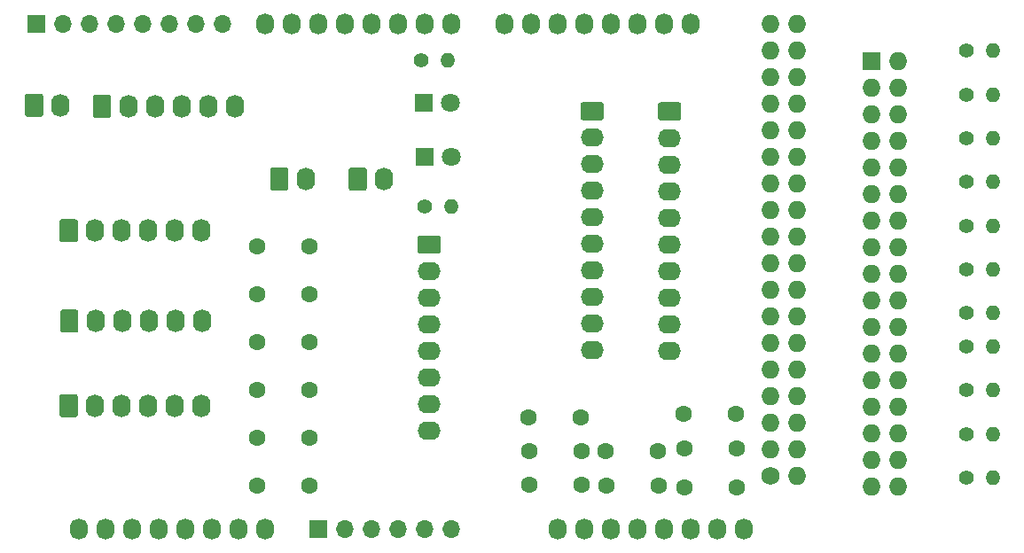
<source format=gbr>
G04 #@! TF.GenerationSoftware,KiCad,Pcbnew,(5.1.5-0-10_14)*
G04 #@! TF.CreationDate,2021-11-28T07:37:34+10:00*
G04 #@! TF.ProjectId,Hornet Forward Input Shield,486f726e-6574-4204-966f-727761726420,rev?*
G04 #@! TF.SameCoordinates,Original*
G04 #@! TF.FileFunction,Soldermask,Bot*
G04 #@! TF.FilePolarity,Negative*
%FSLAX46Y46*%
G04 Gerber Fmt 4.6, Leading zero omitted, Abs format (unit mm)*
G04 Created by KiCad (PCBNEW (5.1.5-0-10_14)) date 2021-11-28 07:37:34*
%MOMM*%
%LPD*%
G04 APERTURE LIST*
%ADD10O,2.200000X1.740000*%
%ADD11C,0.100000*%
%ADD12O,1.740000X2.200000*%
%ADD13C,1.400000*%
%ADD14O,1.400000X1.400000*%
%ADD15C,1.800000*%
%ADD16R,1.800000X1.800000*%
%ADD17C,1.600000*%
%ADD18O,1.700000X1.700000*%
%ADD19R,1.700000X1.700000*%
%ADD20O,1.727200X1.727200*%
%ADD21R,1.727200X1.727200*%
%ADD22C,1.727200*%
%ADD23O,1.727200X2.032000*%
G04 APERTURE END LIST*
D10*
X164719000Y-109728000D03*
X164719000Y-107188000D03*
X164719000Y-104648000D03*
X164719000Y-102108000D03*
X164719000Y-99568000D03*
X164719000Y-97028000D03*
X164719000Y-94488000D03*
D11*
G36*
X165593505Y-91079204D02*
G01*
X165617773Y-91082804D01*
X165641572Y-91088765D01*
X165664671Y-91097030D01*
X165686850Y-91107520D01*
X165707893Y-91120132D01*
X165727599Y-91134747D01*
X165745777Y-91151223D01*
X165762253Y-91169401D01*
X165776868Y-91189107D01*
X165789480Y-91210150D01*
X165799970Y-91232329D01*
X165808235Y-91255428D01*
X165814196Y-91279227D01*
X165817796Y-91303495D01*
X165819000Y-91327999D01*
X165819000Y-92568001D01*
X165817796Y-92592505D01*
X165814196Y-92616773D01*
X165808235Y-92640572D01*
X165799970Y-92663671D01*
X165789480Y-92685850D01*
X165776868Y-92706893D01*
X165762253Y-92726599D01*
X165745777Y-92744777D01*
X165727599Y-92761253D01*
X165707893Y-92775868D01*
X165686850Y-92788480D01*
X165664671Y-92798970D01*
X165641572Y-92807235D01*
X165617773Y-92813196D01*
X165593505Y-92816796D01*
X165569001Y-92818000D01*
X163868999Y-92818000D01*
X163844495Y-92816796D01*
X163820227Y-92813196D01*
X163796428Y-92807235D01*
X163773329Y-92798970D01*
X163751150Y-92788480D01*
X163730107Y-92775868D01*
X163710401Y-92761253D01*
X163692223Y-92744777D01*
X163675747Y-92726599D01*
X163661132Y-92706893D01*
X163648520Y-92685850D01*
X163638030Y-92663671D01*
X163629765Y-92640572D01*
X163623804Y-92616773D01*
X163620204Y-92592505D01*
X163619000Y-92568001D01*
X163619000Y-91327999D01*
X163620204Y-91303495D01*
X163623804Y-91279227D01*
X163629765Y-91255428D01*
X163638030Y-91232329D01*
X163648520Y-91210150D01*
X163661132Y-91189107D01*
X163675747Y-91169401D01*
X163692223Y-91151223D01*
X163710401Y-91134747D01*
X163730107Y-91120132D01*
X163751150Y-91107520D01*
X163773329Y-91097030D01*
X163796428Y-91088765D01*
X163820227Y-91082804D01*
X163844495Y-91079204D01*
X163868999Y-91078000D01*
X165569001Y-91078000D01*
X165593505Y-91079204D01*
G37*
D12*
X152959000Y-85674200D03*
D11*
G36*
X151063505Y-84575404D02*
G01*
X151087773Y-84579004D01*
X151111572Y-84584965D01*
X151134671Y-84593230D01*
X151156850Y-84603720D01*
X151177893Y-84616332D01*
X151197599Y-84630947D01*
X151215777Y-84647423D01*
X151232253Y-84665601D01*
X151246868Y-84685307D01*
X151259480Y-84706350D01*
X151269970Y-84728529D01*
X151278235Y-84751628D01*
X151284196Y-84775427D01*
X151287796Y-84799695D01*
X151289000Y-84824199D01*
X151289000Y-86524201D01*
X151287796Y-86548705D01*
X151284196Y-86572973D01*
X151278235Y-86596772D01*
X151269970Y-86619871D01*
X151259480Y-86642050D01*
X151246868Y-86663093D01*
X151232253Y-86682799D01*
X151215777Y-86700977D01*
X151197599Y-86717453D01*
X151177893Y-86732068D01*
X151156850Y-86744680D01*
X151134671Y-86755170D01*
X151111572Y-86763435D01*
X151087773Y-86769396D01*
X151063505Y-86772996D01*
X151039001Y-86774200D01*
X149798999Y-86774200D01*
X149774495Y-86772996D01*
X149750227Y-86769396D01*
X149726428Y-86763435D01*
X149703329Y-86755170D01*
X149681150Y-86744680D01*
X149660107Y-86732068D01*
X149640401Y-86717453D01*
X149622223Y-86700977D01*
X149605747Y-86682799D01*
X149591132Y-86663093D01*
X149578520Y-86642050D01*
X149568030Y-86619871D01*
X149559765Y-86596772D01*
X149553804Y-86572973D01*
X149550204Y-86548705D01*
X149549000Y-86524201D01*
X149549000Y-84824199D01*
X149550204Y-84799695D01*
X149553804Y-84775427D01*
X149559765Y-84751628D01*
X149568030Y-84728529D01*
X149578520Y-84706350D01*
X149591132Y-84685307D01*
X149605747Y-84665601D01*
X149622223Y-84647423D01*
X149640401Y-84630947D01*
X149660107Y-84616332D01*
X149681150Y-84603720D01*
X149703329Y-84593230D01*
X149726428Y-84584965D01*
X149750227Y-84579004D01*
X149774495Y-84575404D01*
X149798999Y-84574200D01*
X151039001Y-84574200D01*
X151063505Y-84575404D01*
G37*
D13*
X164287000Y-88265000D03*
D14*
X166827000Y-88265000D03*
D13*
X163957000Y-74345800D03*
D14*
X166497000Y-74345800D03*
D12*
X160452000Y-85674200D03*
D11*
G36*
X158556505Y-84575404D02*
G01*
X158580773Y-84579004D01*
X158604572Y-84584965D01*
X158627671Y-84593230D01*
X158649850Y-84603720D01*
X158670893Y-84616332D01*
X158690599Y-84630947D01*
X158708777Y-84647423D01*
X158725253Y-84665601D01*
X158739868Y-84685307D01*
X158752480Y-84706350D01*
X158762970Y-84728529D01*
X158771235Y-84751628D01*
X158777196Y-84775427D01*
X158780796Y-84799695D01*
X158782000Y-84824199D01*
X158782000Y-86524201D01*
X158780796Y-86548705D01*
X158777196Y-86572973D01*
X158771235Y-86596772D01*
X158762970Y-86619871D01*
X158752480Y-86642050D01*
X158739868Y-86663093D01*
X158725253Y-86682799D01*
X158708777Y-86700977D01*
X158690599Y-86717453D01*
X158670893Y-86732068D01*
X158649850Y-86744680D01*
X158627671Y-86755170D01*
X158604572Y-86763435D01*
X158580773Y-86769396D01*
X158556505Y-86772996D01*
X158532001Y-86774200D01*
X157291999Y-86774200D01*
X157267495Y-86772996D01*
X157243227Y-86769396D01*
X157219428Y-86763435D01*
X157196329Y-86755170D01*
X157174150Y-86744680D01*
X157153107Y-86732068D01*
X157133401Y-86717453D01*
X157115223Y-86700977D01*
X157098747Y-86682799D01*
X157084132Y-86663093D01*
X157071520Y-86642050D01*
X157061030Y-86619871D01*
X157052765Y-86596772D01*
X157046804Y-86572973D01*
X157043204Y-86548705D01*
X157042000Y-86524201D01*
X157042000Y-84824199D01*
X157043204Y-84799695D01*
X157046804Y-84775427D01*
X157052765Y-84751628D01*
X157061030Y-84728529D01*
X157071520Y-84706350D01*
X157084132Y-84685307D01*
X157098747Y-84665601D01*
X157115223Y-84647423D01*
X157133401Y-84630947D01*
X157153107Y-84616332D01*
X157174150Y-84603720D01*
X157196329Y-84593230D01*
X157219428Y-84584965D01*
X157243227Y-84579004D01*
X157267495Y-84575404D01*
X157291999Y-84574200D01*
X158532001Y-84574200D01*
X158556505Y-84575404D01*
G37*
D12*
X146177000Y-78740000D03*
X143637000Y-78740000D03*
X141097000Y-78740000D03*
X138557000Y-78740000D03*
X136017000Y-78740000D03*
D11*
G36*
X134121505Y-77641204D02*
G01*
X134145773Y-77644804D01*
X134169572Y-77650765D01*
X134192671Y-77659030D01*
X134214850Y-77669520D01*
X134235893Y-77682132D01*
X134255599Y-77696747D01*
X134273777Y-77713223D01*
X134290253Y-77731401D01*
X134304868Y-77751107D01*
X134317480Y-77772150D01*
X134327970Y-77794329D01*
X134336235Y-77817428D01*
X134342196Y-77841227D01*
X134345796Y-77865495D01*
X134347000Y-77889999D01*
X134347000Y-79590001D01*
X134345796Y-79614505D01*
X134342196Y-79638773D01*
X134336235Y-79662572D01*
X134327970Y-79685671D01*
X134317480Y-79707850D01*
X134304868Y-79728893D01*
X134290253Y-79748599D01*
X134273777Y-79766777D01*
X134255599Y-79783253D01*
X134235893Y-79797868D01*
X134214850Y-79810480D01*
X134192671Y-79820970D01*
X134169572Y-79829235D01*
X134145773Y-79835196D01*
X134121505Y-79838796D01*
X134097001Y-79840000D01*
X132856999Y-79840000D01*
X132832495Y-79838796D01*
X132808227Y-79835196D01*
X132784428Y-79829235D01*
X132761329Y-79820970D01*
X132739150Y-79810480D01*
X132718107Y-79797868D01*
X132698401Y-79783253D01*
X132680223Y-79766777D01*
X132663747Y-79748599D01*
X132649132Y-79728893D01*
X132636520Y-79707850D01*
X132626030Y-79685671D01*
X132617765Y-79662572D01*
X132611804Y-79638773D01*
X132608204Y-79614505D01*
X132607000Y-79590001D01*
X132607000Y-77889999D01*
X132608204Y-77865495D01*
X132611804Y-77841227D01*
X132617765Y-77817428D01*
X132626030Y-77794329D01*
X132636520Y-77772150D01*
X132649132Y-77751107D01*
X132663747Y-77731401D01*
X132680223Y-77713223D01*
X132698401Y-77696747D01*
X132718107Y-77682132D01*
X132739150Y-77669520D01*
X132761329Y-77659030D01*
X132784428Y-77650765D01*
X132808227Y-77644804D01*
X132832495Y-77641204D01*
X132856999Y-77640000D01*
X134097001Y-77640000D01*
X134121505Y-77641204D01*
G37*
D12*
X129540000Y-78613000D03*
D11*
G36*
X127644505Y-77514204D02*
G01*
X127668773Y-77517804D01*
X127692572Y-77523765D01*
X127715671Y-77532030D01*
X127737850Y-77542520D01*
X127758893Y-77555132D01*
X127778599Y-77569747D01*
X127796777Y-77586223D01*
X127813253Y-77604401D01*
X127827868Y-77624107D01*
X127840480Y-77645150D01*
X127850970Y-77667329D01*
X127859235Y-77690428D01*
X127865196Y-77714227D01*
X127868796Y-77738495D01*
X127870000Y-77762999D01*
X127870000Y-79463001D01*
X127868796Y-79487505D01*
X127865196Y-79511773D01*
X127859235Y-79535572D01*
X127850970Y-79558671D01*
X127840480Y-79580850D01*
X127827868Y-79601893D01*
X127813253Y-79621599D01*
X127796777Y-79639777D01*
X127778599Y-79656253D01*
X127758893Y-79670868D01*
X127737850Y-79683480D01*
X127715671Y-79693970D01*
X127692572Y-79702235D01*
X127668773Y-79708196D01*
X127644505Y-79711796D01*
X127620001Y-79713000D01*
X126379999Y-79713000D01*
X126355495Y-79711796D01*
X126331227Y-79708196D01*
X126307428Y-79702235D01*
X126284329Y-79693970D01*
X126262150Y-79683480D01*
X126241107Y-79670868D01*
X126221401Y-79656253D01*
X126203223Y-79639777D01*
X126186747Y-79621599D01*
X126172132Y-79601893D01*
X126159520Y-79580850D01*
X126149030Y-79558671D01*
X126140765Y-79535572D01*
X126134804Y-79511773D01*
X126131204Y-79487505D01*
X126130000Y-79463001D01*
X126130000Y-77762999D01*
X126131204Y-77738495D01*
X126134804Y-77714227D01*
X126140765Y-77690428D01*
X126149030Y-77667329D01*
X126159520Y-77645150D01*
X126172132Y-77624107D01*
X126186747Y-77604401D01*
X126203223Y-77586223D01*
X126221401Y-77569747D01*
X126241107Y-77555132D01*
X126262150Y-77542520D01*
X126284329Y-77532030D01*
X126307428Y-77523765D01*
X126331227Y-77517804D01*
X126355495Y-77514204D01*
X126379999Y-77513000D01*
X127620001Y-77513000D01*
X127644505Y-77514204D01*
G37*
D15*
X166827000Y-83566000D03*
D16*
X164287000Y-83566000D03*
D15*
X166726000Y-78359000D03*
D16*
X164186000Y-78359000D03*
D12*
X143002000Y-107315000D03*
X140462000Y-107315000D03*
X137922000Y-107315000D03*
X135382000Y-107315000D03*
X132842000Y-107315000D03*
D11*
G36*
X130946505Y-106216204D02*
G01*
X130970773Y-106219804D01*
X130994572Y-106225765D01*
X131017671Y-106234030D01*
X131039850Y-106244520D01*
X131060893Y-106257132D01*
X131080599Y-106271747D01*
X131098777Y-106288223D01*
X131115253Y-106306401D01*
X131129868Y-106326107D01*
X131142480Y-106347150D01*
X131152970Y-106369329D01*
X131161235Y-106392428D01*
X131167196Y-106416227D01*
X131170796Y-106440495D01*
X131172000Y-106464999D01*
X131172000Y-108165001D01*
X131170796Y-108189505D01*
X131167196Y-108213773D01*
X131161235Y-108237572D01*
X131152970Y-108260671D01*
X131142480Y-108282850D01*
X131129868Y-108303893D01*
X131115253Y-108323599D01*
X131098777Y-108341777D01*
X131080599Y-108358253D01*
X131060893Y-108372868D01*
X131039850Y-108385480D01*
X131017671Y-108395970D01*
X130994572Y-108404235D01*
X130970773Y-108410196D01*
X130946505Y-108413796D01*
X130922001Y-108415000D01*
X129681999Y-108415000D01*
X129657495Y-108413796D01*
X129633227Y-108410196D01*
X129609428Y-108404235D01*
X129586329Y-108395970D01*
X129564150Y-108385480D01*
X129543107Y-108372868D01*
X129523401Y-108358253D01*
X129505223Y-108341777D01*
X129488747Y-108323599D01*
X129474132Y-108303893D01*
X129461520Y-108282850D01*
X129451030Y-108260671D01*
X129442765Y-108237572D01*
X129436804Y-108213773D01*
X129433204Y-108189505D01*
X129432000Y-108165001D01*
X129432000Y-106464999D01*
X129433204Y-106440495D01*
X129436804Y-106416227D01*
X129442765Y-106392428D01*
X129451030Y-106369329D01*
X129461520Y-106347150D01*
X129474132Y-106326107D01*
X129488747Y-106306401D01*
X129505223Y-106288223D01*
X129523401Y-106271747D01*
X129543107Y-106257132D01*
X129564150Y-106244520D01*
X129586329Y-106234030D01*
X129609428Y-106225765D01*
X129633227Y-106219804D01*
X129657495Y-106216204D01*
X129681999Y-106215000D01*
X130922001Y-106215000D01*
X130946505Y-106216204D01*
G37*
D12*
X143066000Y-99250500D03*
X140526000Y-99250500D03*
X137986000Y-99250500D03*
X135446000Y-99250500D03*
X132906000Y-99250500D03*
D11*
G36*
X131010505Y-98151704D02*
G01*
X131034773Y-98155304D01*
X131058572Y-98161265D01*
X131081671Y-98169530D01*
X131103850Y-98180020D01*
X131124893Y-98192632D01*
X131144599Y-98207247D01*
X131162777Y-98223723D01*
X131179253Y-98241901D01*
X131193868Y-98261607D01*
X131206480Y-98282650D01*
X131216970Y-98304829D01*
X131225235Y-98327928D01*
X131231196Y-98351727D01*
X131234796Y-98375995D01*
X131236000Y-98400499D01*
X131236000Y-100100501D01*
X131234796Y-100125005D01*
X131231196Y-100149273D01*
X131225235Y-100173072D01*
X131216970Y-100196171D01*
X131206480Y-100218350D01*
X131193868Y-100239393D01*
X131179253Y-100259099D01*
X131162777Y-100277277D01*
X131144599Y-100293753D01*
X131124893Y-100308368D01*
X131103850Y-100320980D01*
X131081671Y-100331470D01*
X131058572Y-100339735D01*
X131034773Y-100345696D01*
X131010505Y-100349296D01*
X130986001Y-100350500D01*
X129745999Y-100350500D01*
X129721495Y-100349296D01*
X129697227Y-100345696D01*
X129673428Y-100339735D01*
X129650329Y-100331470D01*
X129628150Y-100320980D01*
X129607107Y-100308368D01*
X129587401Y-100293753D01*
X129569223Y-100277277D01*
X129552747Y-100259099D01*
X129538132Y-100239393D01*
X129525520Y-100218350D01*
X129515030Y-100196171D01*
X129506765Y-100173072D01*
X129500804Y-100149273D01*
X129497204Y-100125005D01*
X129496000Y-100100501D01*
X129496000Y-98400499D01*
X129497204Y-98375995D01*
X129500804Y-98351727D01*
X129506765Y-98327928D01*
X129515030Y-98304829D01*
X129525520Y-98282650D01*
X129538132Y-98261607D01*
X129552747Y-98241901D01*
X129569223Y-98223723D01*
X129587401Y-98207247D01*
X129607107Y-98192632D01*
X129628150Y-98180020D01*
X129650329Y-98169530D01*
X129673428Y-98161265D01*
X129697227Y-98155304D01*
X129721495Y-98151704D01*
X129745999Y-98150500D01*
X130986001Y-98150500D01*
X131010505Y-98151704D01*
G37*
D12*
X143002000Y-90614500D03*
X140462000Y-90614500D03*
X137922000Y-90614500D03*
X135382000Y-90614500D03*
X132842000Y-90614500D03*
D11*
G36*
X130946505Y-89515704D02*
G01*
X130970773Y-89519304D01*
X130994572Y-89525265D01*
X131017671Y-89533530D01*
X131039850Y-89544020D01*
X131060893Y-89556632D01*
X131080599Y-89571247D01*
X131098777Y-89587723D01*
X131115253Y-89605901D01*
X131129868Y-89625607D01*
X131142480Y-89646650D01*
X131152970Y-89668829D01*
X131161235Y-89691928D01*
X131167196Y-89715727D01*
X131170796Y-89739995D01*
X131172000Y-89764499D01*
X131172000Y-91464501D01*
X131170796Y-91489005D01*
X131167196Y-91513273D01*
X131161235Y-91537072D01*
X131152970Y-91560171D01*
X131142480Y-91582350D01*
X131129868Y-91603393D01*
X131115253Y-91623099D01*
X131098777Y-91641277D01*
X131080599Y-91657753D01*
X131060893Y-91672368D01*
X131039850Y-91684980D01*
X131017671Y-91695470D01*
X130994572Y-91703735D01*
X130970773Y-91709696D01*
X130946505Y-91713296D01*
X130922001Y-91714500D01*
X129681999Y-91714500D01*
X129657495Y-91713296D01*
X129633227Y-91709696D01*
X129609428Y-91703735D01*
X129586329Y-91695470D01*
X129564150Y-91684980D01*
X129543107Y-91672368D01*
X129523401Y-91657753D01*
X129505223Y-91641277D01*
X129488747Y-91623099D01*
X129474132Y-91603393D01*
X129461520Y-91582350D01*
X129451030Y-91560171D01*
X129442765Y-91537072D01*
X129436804Y-91513273D01*
X129433204Y-91489005D01*
X129432000Y-91464501D01*
X129432000Y-89764499D01*
X129433204Y-89739995D01*
X129436804Y-89715727D01*
X129442765Y-89691928D01*
X129451030Y-89668829D01*
X129461520Y-89646650D01*
X129474132Y-89625607D01*
X129488747Y-89605901D01*
X129505223Y-89587723D01*
X129523401Y-89571247D01*
X129543107Y-89556632D01*
X129564150Y-89544020D01*
X129586329Y-89533530D01*
X129609428Y-89525265D01*
X129633227Y-89519304D01*
X129657495Y-89515704D01*
X129681999Y-89514500D01*
X130922001Y-89514500D01*
X130946505Y-89515704D01*
G37*
D17*
X194040000Y-108077000D03*
X189040000Y-108077000D03*
X179180000Y-108458000D03*
X174180000Y-108458000D03*
X179308000Y-111696000D03*
X174308000Y-111696000D03*
X153272000Y-96647000D03*
X148272000Y-96647000D03*
X179308000Y-114872000D03*
X174308000Y-114872000D03*
X153272000Y-92075000D03*
X148272000Y-92075000D03*
X186610000Y-111696000D03*
X181610000Y-111696000D03*
X153272000Y-101219000D03*
X148272000Y-101219000D03*
X186674000Y-114998000D03*
X181674000Y-114998000D03*
X153272000Y-105791000D03*
X148272000Y-105791000D03*
X194103000Y-111442000D03*
X189103000Y-111442000D03*
X153272000Y-110363000D03*
X148272000Y-110363000D03*
X194103000Y-115126000D03*
X189103000Y-115126000D03*
X153272000Y-114935000D03*
X148272000Y-114935000D03*
D18*
X145034000Y-70866000D03*
X142494000Y-70866000D03*
X139954000Y-70866000D03*
X137414000Y-70866000D03*
X134874000Y-70866000D03*
X132334000Y-70866000D03*
X129794000Y-70866000D03*
D19*
X127254000Y-70866000D03*
D18*
X166878000Y-119126000D03*
X164338000Y-119126000D03*
X161798000Y-119126000D03*
X159258000Y-119126000D03*
X156718000Y-119126000D03*
D19*
X154178000Y-119126000D03*
D13*
X216027000Y-114201000D03*
D14*
X218567000Y-114201000D03*
D13*
X216027000Y-110020000D03*
D14*
X218567000Y-110020000D03*
D13*
X216027000Y-105839000D03*
D14*
X218567000Y-105839000D03*
D13*
X216027000Y-101658000D03*
D14*
X218567000Y-101658000D03*
D13*
X216027000Y-98492600D03*
D14*
X218567000Y-98492600D03*
D13*
X216027000Y-94311500D03*
D14*
X218567000Y-94311500D03*
D13*
X216027000Y-90130400D03*
D14*
X218567000Y-90130400D03*
D13*
X216027000Y-85949300D03*
D14*
X218567000Y-85949300D03*
D13*
X216027000Y-81768200D03*
D14*
X218567000Y-81768200D03*
D13*
X216027000Y-77587100D03*
D14*
X218567000Y-77587100D03*
D13*
X216027000Y-73406000D03*
D14*
X218567000Y-73406000D03*
D10*
X187693000Y-102069900D03*
X187693000Y-99529900D03*
X187693000Y-96989900D03*
X187693000Y-94449900D03*
X187693000Y-91909900D03*
X187693000Y-89369900D03*
X187693000Y-86829900D03*
X187693000Y-84289900D03*
X187693000Y-81749900D03*
D11*
G36*
X188567505Y-78341104D02*
G01*
X188591773Y-78344704D01*
X188615572Y-78350665D01*
X188638671Y-78358930D01*
X188660850Y-78369420D01*
X188681893Y-78382032D01*
X188701599Y-78396647D01*
X188719777Y-78413123D01*
X188736253Y-78431301D01*
X188750868Y-78451007D01*
X188763480Y-78472050D01*
X188773970Y-78494229D01*
X188782235Y-78517328D01*
X188788196Y-78541127D01*
X188791796Y-78565395D01*
X188793000Y-78589899D01*
X188793000Y-79829901D01*
X188791796Y-79854405D01*
X188788196Y-79878673D01*
X188782235Y-79902472D01*
X188773970Y-79925571D01*
X188763480Y-79947750D01*
X188750868Y-79968793D01*
X188736253Y-79988499D01*
X188719777Y-80006677D01*
X188701599Y-80023153D01*
X188681893Y-80037768D01*
X188660850Y-80050380D01*
X188638671Y-80060870D01*
X188615572Y-80069135D01*
X188591773Y-80075096D01*
X188567505Y-80078696D01*
X188543001Y-80079900D01*
X186842999Y-80079900D01*
X186818495Y-80078696D01*
X186794227Y-80075096D01*
X186770428Y-80069135D01*
X186747329Y-80060870D01*
X186725150Y-80050380D01*
X186704107Y-80037768D01*
X186684401Y-80023153D01*
X186666223Y-80006677D01*
X186649747Y-79988499D01*
X186635132Y-79968793D01*
X186622520Y-79947750D01*
X186612030Y-79925571D01*
X186603765Y-79902472D01*
X186597804Y-79878673D01*
X186594204Y-79854405D01*
X186593000Y-79829901D01*
X186593000Y-78589899D01*
X186594204Y-78565395D01*
X186597804Y-78541127D01*
X186603765Y-78517328D01*
X186612030Y-78494229D01*
X186622520Y-78472050D01*
X186635132Y-78451007D01*
X186649747Y-78431301D01*
X186666223Y-78413123D01*
X186684401Y-78396647D01*
X186704107Y-78382032D01*
X186725150Y-78369420D01*
X186747329Y-78358930D01*
X186770428Y-78350665D01*
X186794227Y-78344704D01*
X186818495Y-78341104D01*
X186842999Y-78339900D01*
X188543001Y-78339900D01*
X188567505Y-78341104D01*
G37*
D10*
X180302000Y-102044500D03*
X180302000Y-99504500D03*
X180302000Y-96964500D03*
X180302000Y-94424500D03*
X180302000Y-91884500D03*
X180302000Y-89344500D03*
X180302000Y-86804500D03*
X180302000Y-84264500D03*
X180302000Y-81724500D03*
D11*
G36*
X181176505Y-78315704D02*
G01*
X181200773Y-78319304D01*
X181224572Y-78325265D01*
X181247671Y-78333530D01*
X181269850Y-78344020D01*
X181290893Y-78356632D01*
X181310599Y-78371247D01*
X181328777Y-78387723D01*
X181345253Y-78405901D01*
X181359868Y-78425607D01*
X181372480Y-78446650D01*
X181382970Y-78468829D01*
X181391235Y-78491928D01*
X181397196Y-78515727D01*
X181400796Y-78539995D01*
X181402000Y-78564499D01*
X181402000Y-79804501D01*
X181400796Y-79829005D01*
X181397196Y-79853273D01*
X181391235Y-79877072D01*
X181382970Y-79900171D01*
X181372480Y-79922350D01*
X181359868Y-79943393D01*
X181345253Y-79963099D01*
X181328777Y-79981277D01*
X181310599Y-79997753D01*
X181290893Y-80012368D01*
X181269850Y-80024980D01*
X181247671Y-80035470D01*
X181224572Y-80043735D01*
X181200773Y-80049696D01*
X181176505Y-80053296D01*
X181152001Y-80054500D01*
X179451999Y-80054500D01*
X179427495Y-80053296D01*
X179403227Y-80049696D01*
X179379428Y-80043735D01*
X179356329Y-80035470D01*
X179334150Y-80024980D01*
X179313107Y-80012368D01*
X179293401Y-79997753D01*
X179275223Y-79981277D01*
X179258747Y-79963099D01*
X179244132Y-79943393D01*
X179231520Y-79922350D01*
X179221030Y-79900171D01*
X179212765Y-79877072D01*
X179206804Y-79853273D01*
X179203204Y-79829005D01*
X179202000Y-79804501D01*
X179202000Y-78564499D01*
X179203204Y-78539995D01*
X179206804Y-78515727D01*
X179212765Y-78491928D01*
X179221030Y-78468829D01*
X179231520Y-78446650D01*
X179244132Y-78425607D01*
X179258747Y-78405901D01*
X179275223Y-78387723D01*
X179293401Y-78371247D01*
X179313107Y-78356632D01*
X179334150Y-78344020D01*
X179356329Y-78333530D01*
X179379428Y-78325265D01*
X179403227Y-78319304D01*
X179427495Y-78315704D01*
X179451999Y-78314500D01*
X181152001Y-78314500D01*
X181176505Y-78315704D01*
G37*
D20*
X209550000Y-115062000D03*
X207010000Y-115062000D03*
X209550000Y-112522000D03*
X207010000Y-112522000D03*
X209550000Y-109982000D03*
X207010000Y-109982000D03*
X209550000Y-107442000D03*
X207010000Y-107442000D03*
X209550000Y-104902000D03*
X207010000Y-104902000D03*
X209550000Y-102362000D03*
X207010000Y-102362000D03*
X209550000Y-99822000D03*
X207010000Y-99822000D03*
X209550000Y-97282000D03*
X207010000Y-97282000D03*
X209550000Y-94742000D03*
X207010000Y-94742000D03*
X209550000Y-92202000D03*
X207010000Y-92202000D03*
X209550000Y-89662000D03*
X207010000Y-89662000D03*
X209550000Y-87122000D03*
X207010000Y-87122000D03*
X209550000Y-84582000D03*
X207010000Y-84582000D03*
X209550000Y-82042000D03*
X207010000Y-82042000D03*
X209550000Y-79502000D03*
X207010000Y-79502000D03*
X209550000Y-76962000D03*
X207010000Y-76962000D03*
X209550000Y-74422000D03*
D21*
X207010000Y-74422000D03*
D22*
X197358000Y-114046000D03*
D20*
X199898000Y-114046000D03*
X197358000Y-111506000D03*
X199898000Y-111506000D03*
X197358000Y-108966000D03*
X199898000Y-108966000D03*
X197358000Y-106426000D03*
X199898000Y-106426000D03*
X197358000Y-103886000D03*
X199898000Y-103886000D03*
X197358000Y-101346000D03*
X199898000Y-101346000D03*
X197358000Y-98806000D03*
X199898000Y-98806000D03*
X197358000Y-96266000D03*
X199898000Y-96266000D03*
X197358000Y-93726000D03*
X199898000Y-93726000D03*
X197358000Y-91186000D03*
X199898000Y-91186000D03*
X197358000Y-88646000D03*
X199898000Y-88646000D03*
X197358000Y-86106000D03*
X199898000Y-86106000D03*
X197358000Y-83566000D03*
X199898000Y-83566000D03*
X197358000Y-81026000D03*
X199898000Y-81026000D03*
X197358000Y-78486000D03*
X199898000Y-78486000D03*
X197358000Y-75946000D03*
X199898000Y-75946000D03*
X197358000Y-73406000D03*
X199898000Y-73406000D03*
X197358000Y-70866000D03*
X199898000Y-70866000D03*
D23*
X131318000Y-119126000D03*
X133858000Y-119126000D03*
X136398000Y-119126000D03*
X138938000Y-119126000D03*
X141478000Y-119126000D03*
X144018000Y-119126000D03*
X146558000Y-119126000D03*
X149098000Y-119126000D03*
X177038000Y-119126000D03*
X179578000Y-119126000D03*
X182118000Y-119126000D03*
X184658000Y-119126000D03*
X187198000Y-119126000D03*
X189738000Y-119126000D03*
X192278000Y-119126000D03*
X194818000Y-119126000D03*
X149098000Y-70866000D03*
X151638000Y-70866000D03*
X154178000Y-70866000D03*
X156718000Y-70866000D03*
X159258000Y-70866000D03*
X161798000Y-70866000D03*
X164338000Y-70866000D03*
X166878000Y-70866000D03*
X171958000Y-70866000D03*
X174498000Y-70866000D03*
X177038000Y-70866000D03*
X179578000Y-70866000D03*
X182118000Y-70866000D03*
X184658000Y-70866000D03*
X187198000Y-70866000D03*
X189738000Y-70866000D03*
M02*

</source>
